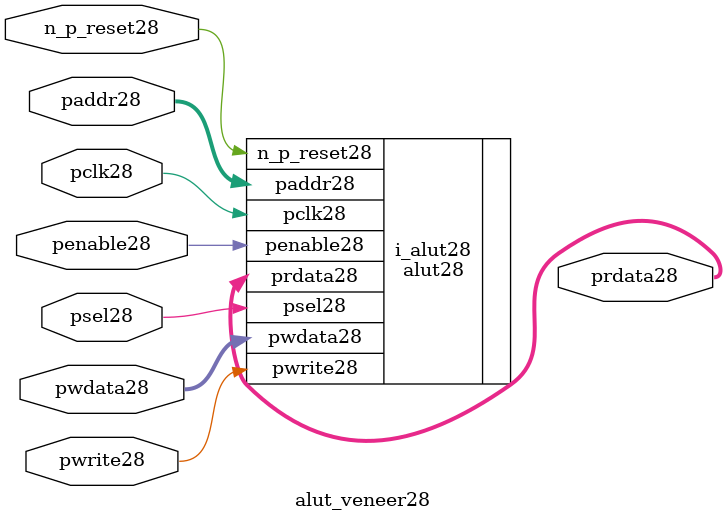
<source format=v>
module alut_veneer28
(   
   // Inputs28
   pclk28,
   n_p_reset28,
   psel28,            
   penable28,       
   pwrite28,         
   paddr28,           
   pwdata28,          

   // Outputs28
   prdata28  
);

   // APB28 Inputs28
   input             pclk28;               // APB28 clock28                          
   input             n_p_reset28;          // Reset28                              
   input             psel28;               // Module28 select28 signal28               
   input             penable28;            // Enable28 signal28                      
   input             pwrite28;             // Write when HIGH28 and read when LOW28  
   input [6:0]       paddr28;              // Address bus for read write         
   input [31:0]      pwdata28;             // APB28 write bus                      

   output [31:0]     prdata28;             // APB28 read bus                       


//-----------------------------------------------------------------------
//##############################################################################
// if the ALUT28 is NOT28 black28 boxed28 
//##############################################################################
`ifndef FV_KIT_BLACK_BOX_LUT28 


alut28 i_alut28 (
        //inputs28
        . n_p_reset28(n_p_reset28),
        . pclk28(pclk28),
        . psel28(psel28),
        . penable28(penable28),
        . pwrite28(pwrite28),
        . paddr28(paddr28[6:0]),
        . pwdata28(pwdata28),

        //outputs28
        . prdata28(prdata28)
);


`else 
//##############################################################################
// if the <module> is black28 boxed28 
//##############################################################################

   // APB28 Inputs28
   wire              pclk28;               // APB28 clock28                          
   wire              n_p_reset28;          // Reset28                              
   wire              psel28;               // Module28 select28 signal28               
   wire              penable28;            // Enable28 signal28                      
   wire              pwrite28;             // Write when HIGH28 and read when LOW28  
   wire  [6:0]       paddr28;              // Address bus for read write         
   wire  [31:0]      pwdata28;             // APB28 write bus                      

   reg   [31:0]      prdata28;             // APB28 read bus                       


`endif

endmodule

</source>
